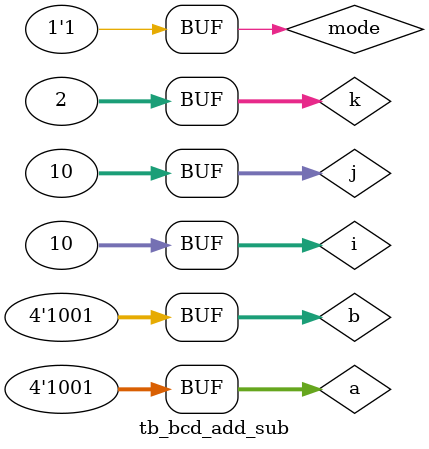
<source format=v>
module tb_bcd_add_sub;
reg [3:0]a,b;
reg mode;
wire [3:0]sum;
wire cout;
integer i,j,k;

bcd_add_sub dut(a,b,mode,sum,cout);

initial
begin
for(i=0;i<10;i=i+1) begin
 for(j=0;j<10;j=j+1) begin
	 for(k=0;k<2;k=k+1) 
        begin mode=k; a=i; b=j;
	     #10; end end end 
end

initial begin
$monitor($time," A=%4b, B=%4b , Mode=%b, sum_dif=%4b, carr_borr=%b",a,b,mode,sum, cout);
end


endmodule
</source>
